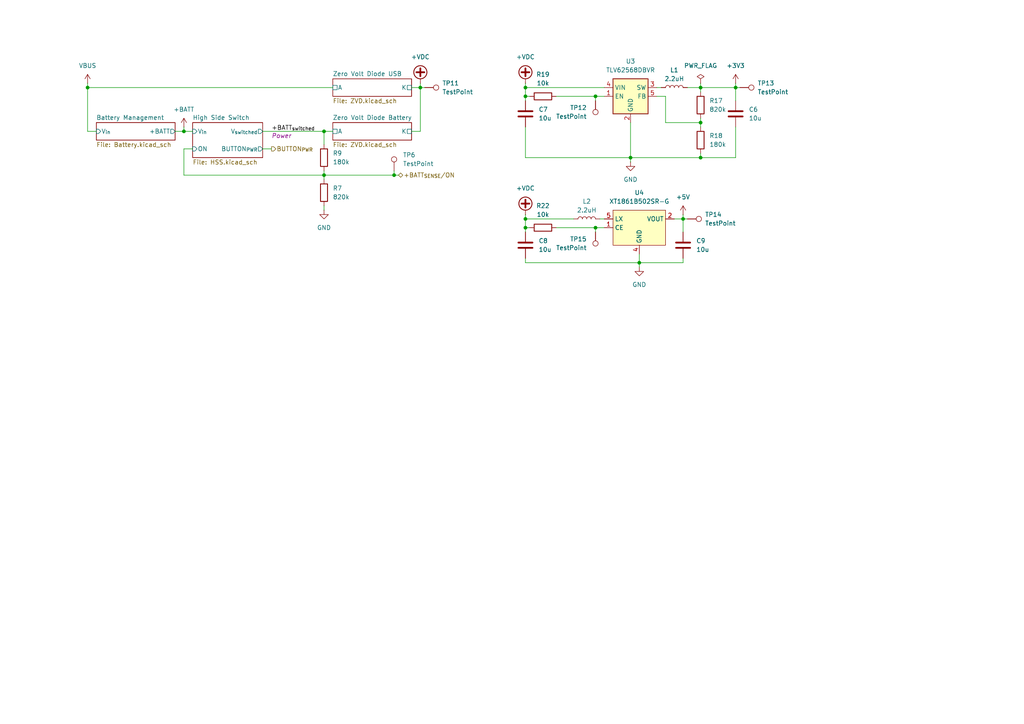
<source format=kicad_sch>
(kicad_sch (version 20240101) (generator "eeschema") (generator_version "8.99")
  (paper "A4")
  (lib_symbols
    (symbol "Battery_Management-geheimbadge:XT1861B502SR-G"
      (property "Reference" "U" (at -7.62 6.35 0))
      (property "Value" "XT1861B502SR-G" (at 1.27 -6.35 0))
      (symbol "XT1861B502SR-G_1_1"
        (rectangle (start -7.62 5.08) (end 7.62 -5.08) (fill (type background)))
        (pin input line (at -10.16 0 0) (length 2.54) (name "CE") (number "1"))
        (pin power_out line (at 10.16 2.54 180) (length 2.54) (name "VOUT") (number "2"))
        (pin no_connect line (at 10.16 0 180) (length 2.54) hide (name "NC") (number "3"))
        (pin passive line (at 0 -7.62 90) (length 2.54) (name "GND") (number "4"))
        (pin passive line (at -10.16 2.54 0) (length 2.54) (name "LX") (number "5"))
      )
    )
    (symbol "Connector:TestPoint" (pin_numbers hide) (pin_names (offset 0.762) hide)
      (property "Reference" "TP" (at 0 6.858 0))
      (property "Value" "TestPoint" (at 0 5.08 0))
      (symbol "TestPoint_0_1"
        (circle (center 0 3.302) (radius 0.762))
      )
      (symbol "TestPoint_1_1"
        (pin passive line (at 0 0 90) (length 2.54) (name "1") (number "1"))
      )
    )
    (symbol "Device:C" (pin_numbers hide) (pin_names (offset 0.254))
      (property "Reference" "C" (at 0.635 2.54 0))
      (property "Value" "C" (at 0.635 -2.54 0))
      (symbol "C_0_1"
        (polyline (pts (xy -2.032 -0.762) (xy 2.032 -0.762)) (stroke (width 0.508)))
        (polyline (pts (xy -2.032 0.762) (xy 2.032 0.762)) (stroke (width 0.508)))
      )
      (symbol "C_1_1"
        (pin passive line (at 0 3.81 270) (length 2.794) (name "~") (number "1"))
        (pin passive line (at 0 -3.81 90) (length 2.794) (name "~") (number "2"))
      )
    )
    (symbol "Device:L" (pin_numbers hide) (pin_names (offset 1.016) hide)
      (property "Reference" "L" (at -1.27 0 90))
      (property "Value" "L" (at 1.905 0 90))
      (symbol "L_0_1"
        (arc (start 0 -2.54) (mid 0.6323 -1.905) (end 0 -1.27))
        (arc (start 0 -1.27) (mid 0.6323 -0.635) (end 0 0))
        (arc (start 0 0) (mid 0.6323 0.635) (end 0 1.27))
        (arc (start 0 1.27) (mid 0.6323 1.905) (end 0 2.54))
      )
      (symbol "L_1_1"
        (pin passive line (at 0 3.81 270) (length 1.27) (name "1") (number "1"))
        (pin passive line (at 0 -3.81 90) (length 1.27) (name "2") (number "2"))
      )
    )
    (symbol "Device:R" (pin_numbers hide) (pin_names (offset 0))
      (property "Reference" "R" (at 2.032 0 90))
      (property "Value" "R" (at 0 0 90))
      (symbol "R_0_1"
        (rectangle (start -1.016 -2.54) (end 1.016 2.54) (stroke (width 0.254)))
      )
      (symbol "R_1_1"
        (pin passive line (at 0 3.81 270) (length 1.27) (name "~") (number "1"))
        (pin passive line (at 0 -3.81 90) (length 1.27) (name "~") (number "2"))
      )
    )
    (symbol "Regulator_Switching:TLV62568DBV"
      (property "Reference" "U" (at -5.08 6.35 0))
      (property "Value" "TLV62568DBV" (at 0 6.35 0))
      (symbol "TLV62568DBV_0_1"
        (rectangle (start -5.08 5.08) (end 5.08 -5.08) (stroke (width 0.254)) (fill (type background)))
      )
      (symbol "TLV62568DBV_1_1"
        (pin input line (at -7.62 0 0) (length 2.54) (name "EN") (number "1"))
        (pin power_in line (at 0 -7.62 90) (length 2.54) (name "GND") (number "2"))
        (pin power_out line (at 7.62 2.54 180) (length 2.54) (name "SW") (number "3"))
        (pin power_in line (at -7.62 2.54 0) (length 2.54) (name "VIN") (number "4"))
        (pin input line (at 7.62 0 180) (length 2.54) (name "FB") (number "5"))
      )
    )
    (symbol "power:+3V3" (power) (pin_numbers hide) (pin_names (offset 0) hide)
      (property "Value" "+3V3" (at 0 3.556 0))
      (symbol "+3V3_0_1"
        (polyline (pts (xy -0.762 1.27) (xy 0 2.54)))
        (polyline (pts (xy 0 0) (xy 0 2.54)))
        (polyline (pts (xy 0 2.54) (xy 0.762 1.27)))
      )
      (symbol "+3V3_1_1"
        (pin power_in line (at 0 0 90) (length 0) (name "~") (number "1"))
      )
    )
    (symbol "power:+5V" (power) (pin_numbers hide) (pin_names (offset 0) hide)
      (property "Value" "+5V" (at 0 3.556 0))
      (symbol "+5V_0_1"
        (polyline (pts (xy -0.762 1.27) (xy 0 2.54)))
        (polyline (pts (xy 0 0) (xy 0 2.54)))
        (polyline (pts (xy 0 2.54) (xy 0.762 1.27)))
      )
      (symbol "+5V_1_1"
        (pin power_in line (at 0 0 90) (length 0) (name "~") (number "1"))
      )
    )
    (symbol "power:+BATT" (power) (pin_numbers hide) (pin_names (offset 0) hide)
      (property "Value" "+BATT" (at 0 3.556 0))
      (symbol "+BATT_0_1"
        (polyline (pts (xy -0.762 1.27) (xy 0 2.54)))
        (polyline (pts (xy 0 0) (xy 0 2.54)))
        (polyline (pts (xy 0 2.54) (xy 0.762 1.27)))
      )
      (symbol "+BATT_1_1"
        (pin power_in line (at 0 0 90) (length 0) (name "~") (number "1"))
      )
    )
    (symbol "power:+VDC" (power) (pin_numbers hide) (pin_names (offset 0) hide)
      (property "Value" "+VDC" (at 0 6.35 0))
      (symbol "+VDC_0_1"
        (polyline (pts (xy -1.143 3.175) (xy 1.143 3.175)) (stroke (width 0.508)))
        (polyline (pts (xy 0 0) (xy 0 1.27)))
        (polyline (pts (xy 0 2.032) (xy 0 4.318)) (stroke (width 0.508)))
        (circle (center 0 3.175) (radius 1.905) (stroke (width 0.254)))
      )
      (symbol "+VDC_1_1"
        (pin power_in line (at 0 0 90) (length 0) (name "~") (number "1"))
      )
    )
    (symbol "power:GND" (power) (pin_numbers hide) (pin_names (offset 0) hide)
      (property "Value" "GND" (at 0 -3.81 0))
      (symbol "GND_0_1"
        (polyline (pts (xy 0 0) (xy 0 -1.27) (xy 1.27 -1.27) (xy 0 -2.54) (xy -1.27 -1.27) (xy 0 -1.27)))
      )
      (symbol "GND_1_1"
        (pin power_in line (at 0 0 270) (length 0) (name "~") (number "1"))
      )
    )
    (symbol "power:PWR_FLAG" (power) (pin_numbers hide) (pin_names (offset 0) hide)
      (property "Value" "PWR_FLAG" (at 0 3.81 0))
      (symbol "PWR_FLAG_0_0"
        (pin power_out line (at 0 0 90) (length 0) (name "~") (number "1"))
      )
      (symbol "PWR_FLAG_0_1"
        (polyline (pts (xy 0 0) (xy 0 1.27) (xy -1.016 1.905) (xy 0 2.54) (xy 1.016 1.905) (xy 0 1.27)))
      )
    )
    (symbol "power:VBUS" (power) (pin_numbers hide) (pin_names (offset 0) hide)
      (property "Value" "VBUS" (at 0 3.556 0))
      (symbol "VBUS_0_1"
        (polyline (pts (xy -0.762 1.27) (xy 0 2.54)))
        (polyline (pts (xy 0 0) (xy 0 2.54)))
        (polyline (pts (xy 0 2.54) (xy 0.762 1.27)))
      )
      (symbol "VBUS_1_1"
        (pin power_in line (at 0 0 90) (length 0) (name "~") (number "1"))
      )
    )
  )
  (junction (at 203.2 35.56))
  (junction (at 182.88 45.72))
  (junction (at 198.12 63.5))
  (junction (at 203.2 25.4))
  (junction (at 25.4 25.4))
  (junction (at 114.3 50.8))
  (junction (at 53.34 38.1))
  (junction (at 121.92 25.4))
  (junction (at 172.72 66.04))
  (junction (at 152.4 66.04))
  (junction (at 93.98 50.8))
  (junction (at 152.4 27.94))
  (junction (at 203.2 45.72))
  (junction (at 172.72 27.94))
  (junction (at 152.4 25.4))
  (junction (at 185.42 76.2))
  (junction (at 152.4 63.5))
  (junction (at 213.36 25.4))
  (junction (at 93.98 38.1))
  (wire (pts (xy 161.29 27.94) (xy 172.72 27.94)))
  (wire (pts (xy 161.29 66.04) (xy 172.72 66.04)))
  (wire (pts (xy 152.4 76.2) (xy 185.42 76.2)))
  (wire (pts (xy 76.2 38.1) (xy 93.98 38.1)))
  (wire (pts (xy 25.4 25.4) (xy 25.4 38.1)))
  (wire (pts (xy 53.34 36.83) (xy 53.34 38.1)))
  (wire (pts (xy 93.98 59.69) (xy 93.98 60.96)))
  (wire (pts (xy 93.98 50.8) (xy 53.34 50.8)))
  (wire (pts (xy 114.3 49.53) (xy 114.3 50.8)))
  (wire (pts (xy 198.12 67.31) (xy 198.12 63.5)))
  (wire (pts (xy 152.4 27.94) (xy 152.4 29.21)))
  (wire (pts (xy 185.42 76.2) (xy 198.12 76.2)))
  (wire (pts (xy 121.92 25.4) (xy 123.19 25.4)))
  (wire (pts (xy 152.4 74.93) (xy 152.4 76.2)))
  (wire (pts (xy 172.72 66.04) (xy 175.26 66.04)))
  (wire (pts (xy 182.88 45.72) (xy 203.2 45.72)))
  (wire (pts (xy 96.52 38.1) (xy 93.98 38.1)))
  (wire (pts (xy 173.99 63.5) (xy 175.26 63.5)))
  (wire (pts (xy 114.3 50.8) (xy 93.98 50.8)))
  (wire (pts (xy 195.58 63.5) (xy 198.12 63.5)))
  (wire (pts (xy 213.36 25.4) (xy 214.63 25.4)))
  (wire (pts (xy 76.2 43.18) (xy 78.74 43.18)))
  (wire (pts (xy 121.92 25.4) (xy 121.92 38.1)))
  (wire (pts (xy 198.12 76.2) (xy 198.12 74.93)))
  (wire (pts (xy 152.4 66.04) (xy 153.67 66.04)))
  (wire (pts (xy 203.2 25.4) (xy 203.2 26.67)))
  (wire (pts (xy 119.38 25.4) (xy 121.92 25.4)))
  (wire (pts (xy 152.4 25.4) (xy 175.26 25.4)))
  (wire (pts (xy 25.4 38.1) (xy 27.94 38.1)))
  (wire (pts (xy 152.4 45.72) (xy 182.88 45.72)))
  (wire (pts (xy 152.4 27.94) (xy 153.67 27.94)))
  (wire (pts (xy 25.4 24.13) (xy 25.4 25.4)))
  (wire (pts (xy 152.4 63.5) (xy 166.37 63.5)))
  (wire (pts (xy 203.2 45.72) (xy 213.36 45.72)))
  (wire (pts (xy 198.12 63.5) (xy 199.39 63.5)))
  (wire (pts (xy 172.72 66.04) (xy 172.72 67.31)))
  (wire (pts (xy 152.4 36.83) (xy 152.4 45.72)))
  (wire (pts (xy 190.5 25.4) (xy 191.77 25.4)))
  (wire (pts (xy 93.98 49.53) (xy 93.98 50.8)))
  (wire (pts (xy 53.34 43.18) (xy 55.88 43.18)))
  (wire (pts (xy 190.5 27.94) (xy 193.04 27.94)))
  (wire (pts (xy 185.42 73.66) (xy 185.42 76.2)))
  (wire (pts (xy 203.2 24.13) (xy 203.2 25.4)))
  (wire (pts (xy 193.04 35.56) (xy 203.2 35.56)))
  (wire (pts (xy 114.3 50.8) (xy 115.57 50.8)))
  (wire (pts (xy 198.12 63.5) (xy 198.12 62.23)))
  (wire (pts (xy 185.42 76.2) (xy 185.42 77.47)))
  (wire (pts (xy 152.4 66.04) (xy 152.4 67.31)))
  (wire (pts (xy 50.8 38.1) (xy 53.34 38.1)))
  (wire (pts (xy 182.88 45.72) (xy 182.88 46.99)))
  (wire (pts (xy 193.04 27.94) (xy 193.04 35.56)))
  (wire (pts (xy 152.4 25.4) (xy 152.4 27.94)))
  (wire (pts (xy 172.72 27.94) (xy 172.72 29.21)))
  (wire (pts (xy 203.2 25.4) (xy 213.36 25.4)))
  (wire (pts (xy 199.39 25.4) (xy 203.2 25.4)))
  (wire (pts (xy 93.98 38.1) (xy 93.98 41.91)))
  (wire (pts (xy 213.36 25.4) (xy 213.36 29.21)))
  (wire (pts (xy 152.4 62.23) (xy 152.4 63.5)))
  (wire (pts (xy 182.88 35.56) (xy 182.88 45.72)))
  (wire (pts (xy 152.4 63.5) (xy 152.4 66.04)))
  (wire (pts (xy 53.34 38.1) (xy 55.88 38.1)))
  (wire (pts (xy 53.34 50.8) (xy 53.34 43.18)))
  (wire (pts (xy 203.2 35.56) (xy 203.2 36.83)))
  (wire (pts (xy 172.72 27.94) (xy 175.26 27.94)))
  (wire (pts (xy 203.2 35.56) (xy 203.2 34.29)))
  (wire (pts (xy 203.2 44.45) (xy 203.2 45.72)))
  (wire (pts (xy 121.92 24.13) (xy 121.92 25.4)))
  (wire (pts (xy 213.36 24.13) (xy 213.36 25.4)))
  (wire (pts (xy 119.38 38.1) (xy 121.92 38.1)))
  (wire (pts (xy 152.4 24.13) (xy 152.4 25.4)))
  (wire (pts (xy 25.4 25.4) (xy 96.52 25.4)))
  (wire (pts (xy 93.98 50.8) (xy 93.98 52.07)))
  (wire (pts (xy 213.36 45.72) (xy 213.36 36.83)))
  (label "+BATT_{switched}" (at 78.74 38.1 0) (property "Netclass" "Power" (at 78.74 39.37 0) (effects (font (italic yes)) (justify left))))
  (hierarchical_label "BUTTON_{PWR}" (shape output) (at 78.74 43.18 0))
  (hierarchical_label "+BATT_{SENSE}{slash}ON" (shape bidirectional) (at 115.57 50.8 0))
  (symbol (lib_id "Connector:TestPoint") (at 123.19 25.4 270) (unit 1) (in_bom no)
    (property "Reference" "TP11" (at 128.27 24.1299 90) (effects (justify left)))
    (property "Value" "TestPoint" (at 128.27 26.6699 90) (effects (justify left)))
    (property "Footprint" "TestPoint:TestPoint_Pad_D1.0mm" (effects (hide yes)))
    (property "Description" "test point" (effects (hide yes)))
    (instances (project "geheimbadge-controller" (path "" (reference "TP11") (unit 1)) (path "" (reference "TP7") (unit 1))))
  )
  (symbol (lib_id "Connector:TestPoint") (at 172.72 29.21 180) (unit 1) (in_bom no)
    (property "Reference" "TP12" (at 170.18 31.2419 0) (effects (justify left)))
    (property "Value" "TestPoint" (at 170.18 33.7819 0) (effects (justify left)))
    (property "Footprint" "TestPoint:TestPoint_Pad_D1.0mm" (effects (hide yes)))
    (property "Description" "test point" (effects (hide yes)))
    (instances (project "geheimbadge-controller" (path "" (reference "TP12") (unit 1)) (path "" (reference "TP1") (unit 1))))
  )
  (symbol (lib_id "Device:L") (at 170.18 63.5 90) (unit 1)
    (property "Reference" "L2" (at 170.18 58.42 90))
    (property "Value" "2.2uH" (at 170.18 60.96 90))
    (property "Footprint" "Inductor_SMD:L_1008_2520Metric" (effects (hide yes)))
    (property "Description" "Inductor" (effects (hide yes)))
    (property "LCSC Part" "C3040393" (effects (hide yes)))
    (instances (project "geheimbadge-controller" (path "" (reference "L2") (unit 1)) (path "" (reference "L1") (unit 1))))
  )
  (symbol (lib_id "Device:C") (at 152.4 71.12 180) (unit 1)
    (property "Reference" "C8" (at 156.21 69.8499 0) (effects (justify right)))
    (property "Value" "10u" (at 156.21 72.3899 0) (effects (justify right)))
    (property "Footprint" "Capacitor_SMD:C_0805_2012Metric" (effects (hide yes)))
    (property "Description" "Unpolarized capacitor" (effects (hide yes)))
    (property "LCSC Part" "C15850" (effects (hide yes)))
  )
  (symbol (lib_id "power:PWR_FLAG") (at 203.2 24.13 0) (unit 1)
    (property "Reference" "#FLG01" (effects (hide yes)))
    (property "Value" "PWR_FLAG" (at 203.2 19.05 0))
    (property "Description" "Special symbol for telling ERC where power comes from" (effects (hide yes)))
  )
  (symbol (lib_id "Connector:TestPoint") (at 214.63 25.4 270) (unit 1) (in_bom no)
    (property "Reference" "TP13" (at 219.71 24.1299 90) (effects (justify left)))
    (property "Value" "TestPoint" (at 219.71 26.6699 90) (effects (justify left)))
    (property "Footprint" "TestPoint:TestPoint_Pad_D1.0mm" (effects (hide yes)))
    (property "Description" "test point" (effects (hide yes)))
    (instances (project "geheimbadge-controller" (path "" (reference "TP13") (unit 1)) (path "" (reference "TP3") (unit 1))))
  )
  (symbol (lib_id "Device:R") (at 157.48 66.04 90) (unit 1)
    (property "Reference" "R22" (at 157.48 59.69 90))
    (property "Value" "10k" (at 157.48 62.23 90))
    (property "Footprint" "Resistor_SMD:R_0603_1608Metric" (effects (hide yes)))
    (property "Description" "Resistor" (effects (hide yes)))
    (property "LCSC Part" "C25804" (effects (hide yes)))
    (instances (project "geheimbadge-controller" (path "" (reference "R22") (unit 1)) (path "" (reference "R20") (unit 1))))
  )
  (symbol (lib_id "Device:C") (at 213.36 33.02 180) (unit 1)
    (property "Reference" "C6" (at 217.17 31.75 0) (effects (justify right)))
    (property "Value" "10u" (at 217.17 34.29 0) (effects (justify right)))
    (property "Footprint" "Capacitor_SMD:C_0805_2012Metric" (effects (hide yes)))
    (property "Description" "Unpolarized capacitor" (effects (hide yes)))
    (property "LCSC Part" "C15850" (effects (hide yes)))
    (instances (project "geheimbadge-controller" (path "" (reference "C6") (unit 1)) (path "" (reference "C9") (unit 1))))
  )
  (symbol (lib_id "Device:C") (at 198.12 71.12 180) (unit 1)
    (property "Reference" "C9" (at 201.93 69.85 0) (effects (justify right)))
    (property "Value" "10u" (at 201.93 72.39 0) (effects (justify right)))
    (property "Footprint" "Capacitor_SMD:C_0805_2012Metric" (effects (hide yes)))
    (property "Description" "Unpolarized capacitor" (effects (hide yes)))
    (property "LCSC Part" "C15850" (effects (hide yes)))
    (instances (project "geheimbadge-controller" (path "" (reference "C9") (unit 1)) (path "" (reference "C11") (unit 1))))
  )
  (symbol (lib_id "Device:R") (at 93.98 45.72 180) (unit 1)
    (property "Reference" "R9" (at 96.52 44.4499 0) (effects (justify right)))
    (property "Value" "180k" (at 96.52 46.9899 0) (effects (justify right)))
    (property "Footprint" "Resistor_SMD:R_0603_1608Metric" (effects (hide yes)))
    (property "Description" "Resistor" (effects (hide yes)))
    (property "LCSC Part" "C22827" (effects (hide yes)))
    (instances (project "geheimbadge-controller" (path "" (reference "R9") (unit 1)) (path "" (reference "R26") (unit 1))))
  )
  (symbol (lib_id "Battery_Management-geheimbadge:XT1861B502SR-G") (at 185.42 66.04 0) (unit 1)
    (property "Reference" "U4" (at 185.42 55.88 0))
    (property "Value" "XT1861B502SR-G" (at 185.42 58.42 0))
    (property "Footprint" "Package_TO_SOT_SMD:SOT-23-5" (effects (hide yes)))
    (property "Datasheet" "https://datasheet.lcsc.com/lcsc/1809140219_NATLINEAR-XT1861B362MR-G_C236397.pdf" (effects (hide yes)))
    (property "LCSC Part" "C3008013" (effects (hide yes)))
    (instances (project "geheimbadge-controller" (path "" (reference "U4") (unit 1)) (path "" (reference "U5") (unit 1))))
  )
  (symbol (lib_id "Device:R") (at 157.48 27.94 90) (unit 1)
    (property "Reference" "R19" (at 157.48 21.59 90))
    (property "Value" "10k" (at 157.48 24.13 90))
    (property "Footprint" "Resistor_SMD:R_0603_1608Metric" (effects (hide yes)))
    (property "Description" "Resistor" (effects (hide yes)))
    (property "LCSC Part" "C25804" (effects (hide yes)))
  )
  (symbol (lib_id "power:+VDC") (at 121.92 24.13 0) (unit 1)
    (property "Reference" "#PWR035" (effects (hide yes)))
    (property "Value" "+VDC" (at 121.92 16.51 0))
    (property "Description" "Power symbol creates a global label with name \"+VDC\"" (effects (hide yes)))
  )
  (symbol (lib_id "Connector:TestPoint") (at 199.39 63.5 270) (unit 1) (in_bom no)
    (property "Reference" "TP14" (at 204.47 62.2299 90) (effects (justify left)))
    (property "Value" "TestPoint" (at 204.47 64.7699 90) (effects (justify left)))
    (property "Footprint" "TestPoint:TestPoint_Pad_D1.0mm" (effects (hide yes)))
    (property "Description" "test point" (effects (hide yes)))
    (instances (project "geheimbadge-controller" (path "" (reference "TP14") (unit 1)) (path "" (reference "TP4") (unit 1))))
  )
  (symbol (lib_id "Device:R") (at 203.2 40.64 180) (unit 1)
    (property "Reference" "R18" (at 205.74 39.3699 0) (effects (justify right)))
    (property "Value" "180k" (at 205.74 41.9099 0) (effects (justify right)))
    (property "Footprint" "Resistor_SMD:R_0603_1608Metric" (effects (hide yes)))
    (property "Description" "Resistor" (effects (hide yes)))
    (property "LCSC Part" "C22827" (effects (hide yes)))
    (instances (project "geheimbadge-controller" (path "" (reference "R18") (unit 1)) (path "" (reference "R28") (unit 1))))
  )
  (symbol (lib_id "power:VBUS") (at 25.4 24.13 0) (mirror y) (unit 1)
    (property "Reference" "#PWR022" (effects (hide yes)))
    (property "Value" "VBUS" (at 25.4 19.05 0))
    (property "Description" "Power symbol creates a global label with name \"VBUS\"" (effects (hide yes)))
  )
  (symbol (lib_id "Connector:TestPoint") (at 172.72 67.31 180) (unit 1) (in_bom no)
    (property "Reference" "TP15" (at 170.18 69.3419 0) (effects (justify left)))
    (property "Value" "TestPoint" (at 170.18 71.8819 0) (effects (justify left)))
    (property "Footprint" "TestPoint:TestPoint_Pad_D1.0mm" (effects (hide yes)))
    (property "Description" "test point" (effects (hide yes)))
    (instances (project "geheimbadge-controller" (path "" (reference "TP15") (unit 1)) (path "" (reference "TP2") (unit 1))))
  )
  (symbol (lib_id "power:+VDC") (at 152.4 62.23 0) (unit 1)
    (property "Reference" "#PWR015" (effects (hide yes)))
    (property "Value" "+VDC" (at 152.4 54.61 0))
    (property "Description" "Power symbol creates a global label with name \"+VDC\"" (effects (hide yes)))
  )
  (symbol (lib_id "Device:R") (at 93.98 55.88 180) (unit 1)
    (property "Reference" "R7" (at 96.52 54.6099 0) (effects (justify right)))
    (property "Value" "820k" (at 96.52 57.1499 0) (effects (justify right)))
    (property "Footprint" "Resistor_SMD:R_0603_1608Metric" (effects (hide yes)))
    (property "Description" "Resistor" (effects (hide yes)))
    (property "LCSC Part" "C23252" (effects (hide yes)))
    (instances (project "geheimbadge-controller" (path "" (reference "R7") (unit 1)) (path "" (reference "R27") (unit 1))))
  )
  (symbol (lib_id "Device:L") (at 195.58 25.4 90) (unit 1)
    (property "Reference" "L1" (at 195.58 20.32 90))
    (property "Value" "2.2uH" (at 195.58 22.86 90))
    (property "Footprint" "Inductor_SMD:L_1008_2520Metric" (effects (hide yes)))
    (property "Description" "Inductor" (effects (hide yes)))
    (property "LCSC Part" "C3040393" (effects (hide yes)))
    (instances (project "geheimbadge-controller" (path "" (reference "L1") (unit 1)) (path "" (reference "L2") (unit 1))))
  )
  (symbol (lib_id "Regulator_Switching:TLV62568DBV") (at 182.88 27.94 0) (unit 1)
    (property "Reference" "U3" (at 182.88 17.78 0))
    (property "Value" "TLV62568DBVR" (at 182.88 20.32 0))
    (property "Footprint" "Package_TO_SOT_SMD:SOT-23-5" (effects (hide yes)))
    (property "Datasheet" "http://www.ti.com/lit/ds/symlink/tlv62568.pdf" (effects (hide yes)))
    (property "Description" "High Efficiency Synchronous Buck Converter, Adjustable Output 0.6V-5.5V, 1A, SOT-23-5" (effects (hide yes)))
    (property "LCSC Part" "C163219" (effects (hide yes)))
    (instances (project "geheimbadge-controller" (path "" (reference "U3") (unit 1)) (path "" (reference "U4") (unit 1))))
  )
  (symbol (lib_id "power:GND") (at 93.98 60.96 0) (unit 1)
    (property "Reference" "#PWR030" (effects (hide yes)))
    (property "Value" "GND" (at 93.98 66.04 0))
    (property "Description" "Power symbol creates a global label with name \"GND\" , ground" (effects (hide yes)))
  )
  (symbol (lib_id "Device:R") (at 203.2 30.48 180) (unit 1)
    (property "Reference" "R17" (at 205.74 29.2099 0) (effects (justify right)))
    (property "Value" "820k" (at 205.74 31.7499 0) (effects (justify right)))
    (property "Footprint" "Resistor_SMD:R_0603_1608Metric" (effects (hide yes)))
    (property "Description" "Resistor" (effects (hide yes)))
    (property "LCSC Part" "C23252" (effects (hide yes)))
    (instances (project "geheimbadge-controller" (path "" (reference "R17") (unit 1)) (path "" (reference "R23") (unit 1))))
  )
  (symbol (lib_id "Connector:TestPoint") (at 114.3 49.53 0) (unit 1) (in_bom no)
    (property "Reference" "TP6" (at 116.84 44.9579 0) (effects (justify left)))
    (property "Value" "TestPoint" (at 116.84 47.4979 0) (effects (justify left)))
    (property "Footprint" "TestPoint:TestPoint_Pad_D1.0mm" (effects (hide yes)))
    (property "Description" "test point" (effects (hide yes)))
    (instances (project "geheimbadge-controller" (path "" (reference "TP6") (unit 1)) (path "" (reference "TP9") (unit 1))))
  )
  (symbol (lib_id "power:GND") (at 185.42 77.47 0) (unit 1)
    (property "Reference" "#PWR025" (effects (hide yes)))
    (property "Value" "GND" (at 185.42 82.55 0))
    (property "Description" "Power symbol creates a global label with name \"GND\" , ground" (effects (hide yes)))
  )
  (symbol (lib_id "power:GND") (at 182.88 46.99 0) (unit 1)
    (property "Reference" "#PWR023" (effects (hide yes)))
    (property "Value" "GND" (at 182.88 52.07 0))
    (property "Description" "Power symbol creates a global label with name \"GND\" , ground" (effects (hide yes)))
  )
  (symbol (lib_id "power:+5V") (at 198.12 62.23 0) (unit 1)
    (property "Reference" "#PWR028" (effects (hide yes)))
    (property "Value" "+5V" (at 198.12 57.15 0))
    (property "Description" "Power symbol creates a global label with name \"+5V\"" (effects (hide yes)))
  )
  (symbol (lib_id "power:+BATT") (at 53.34 36.83 0) (unit 1)
    (property "Reference" "#PWR026" (effects (hide yes)))
    (property "Value" "+BATT" (at 53.34 31.75 0))
    (property "Description" "Power symbol creates a global label with name \"+BATT\"" (effects (hide yes)))
  )
  (symbol (lib_id "power:+VDC") (at 152.4 24.13 0) (unit 1)
    (property "Reference" "#PWR014" (effects (hide yes)))
    (property "Value" "+VDC" (at 152.4 16.51 0))
    (property "Description" "Power symbol creates a global label with name \"+VDC\"" (effects (hide yes)))
  )
  (symbol (lib_id "Device:C") (at 152.4 33.02 180) (unit 1)
    (property "Reference" "C7" (at 156.21 31.7499 0) (effects (justify right)))
    (property "Value" "10u" (at 156.21 34.2899 0) (effects (justify right)))
    (property "Footprint" "Capacitor_SMD:C_0805_2012Metric" (effects (hide yes)))
    (property "Description" "Unpolarized capacitor" (effects (hide yes)))
    (property "LCSC Part" "C15850" (effects (hide yes)))
  )
  (symbol (lib_id "power:+3V3") (at 213.36 24.13 0) (unit 1)
    (property "Reference" "#PWR027" (effects (hide yes)))
    (property "Value" "+3V3" (at 213.36 19.05 0))
    (property "Description" "Power symbol creates a global label with name \"+3V3\"" (effects (hide yes)))
  )
  (sheet (at 55.88 35.56) (size 20.32 10.16) (stroke (width 0.1524))
    (property "Sheetname" "High Side Switch" (at 55.88 34.8484 0) (effects (justify left bottom)))
    (property "Sheetfile" "HSS.kicad_sch" (at 55.88 46.3046 0) (effects (justify left top)))
    (pin "V_{in}" input (at 55.88 38.1 180))
    (pin "V_{switched}" output (at 76.2 38.1 0))
    (pin "ON" input (at 55.88 43.18 180))
    (pin "BUTTON_{PWR}" output (at 76.2 43.18 0))
  )
  (sheet (at 96.52 22.86) (size 22.86 5.08) (stroke (width 0.1524))
    (property "Sheetname" "Zero Volt Diode USB" (at 96.52 22.1484 0) (effects (justify left bottom)))
    (property "Sheetfile" "ZVD.kicad_sch" (at 96.52 28.5246 0) (effects (justify left top)))
    (pin "K" passive (at 119.38 25.4 0))
    (pin "A" passive (at 96.52 25.4 180))
  )
  (sheet (at 96.52 35.56) (size 22.86 5.08) (stroke (width 0.1524))
    (property "Sheetname" "Zero Volt Diode Battery" (at 96.52 34.8484 0) (effects (justify left bottom)))
    (property "Sheetfile" "ZVD.kicad_sch" (at 96.52 41.2246 0) (effects (justify left top)))
    (pin "K" passive (at 119.38 38.1 0))
    (pin "A" passive (at 96.52 38.1 180))
  )
  (sheet (at 27.94 35.56) (size 22.86 5.08) (stroke (width 0.1524))
    (property "Sheetname" "Battery Management" (at 27.94 34.8484 0) (effects (justify left bottom)))
    (property "Sheetfile" "Battery.kicad_sch" (at 27.94 41.2246 0) (effects (justify left top)))
    (pin "V_{in}" input (at 27.94 38.1 180))
    (pin "+BATT" output (at 50.8 38.1 0))
  )
)
</source>
